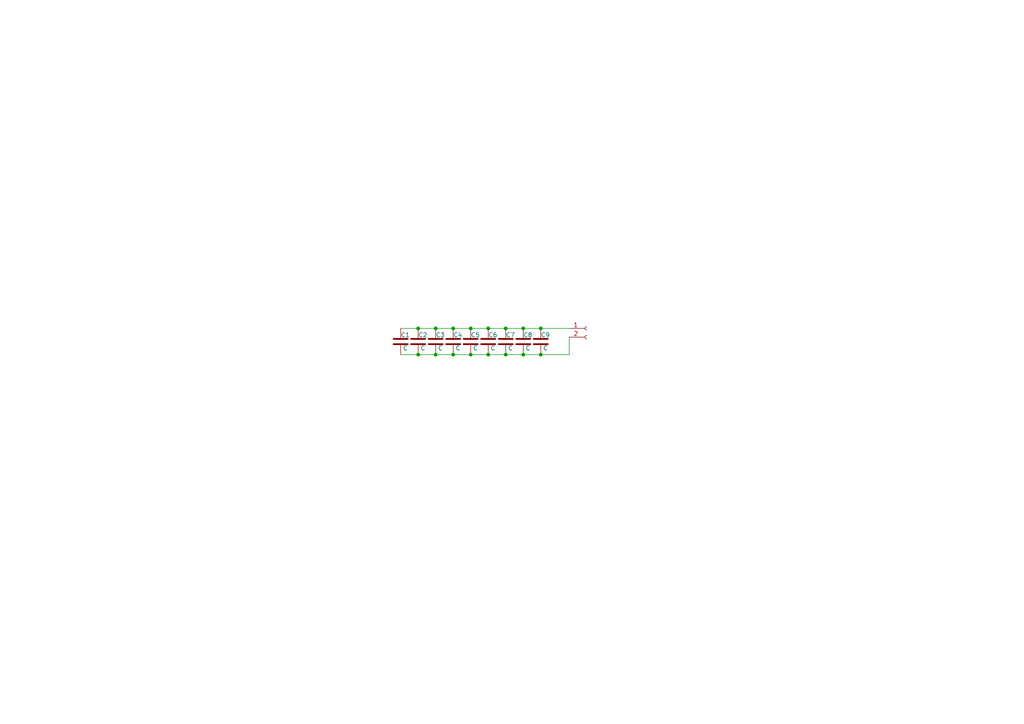
<source format=kicad_sch>
(kicad_sch (version 20230121) (generator eeschema)
  (paper "A4")
  (lib_symbols
    (symbol "Connector:Conn_01x02_Socket" (pin_names (offset 1.016) hide)
      (property "Reference" "J" (at 0 2.54 0))
      (property "Value" "Conn_01x02_Socket" (at 0 -5.08 0))
      (symbol "Conn_01x02_Socket_1_1"
        (arc (start 0 -2.032) (mid -0.5058 -2.54) (end 0 -3.048) (stroke (width 0.1524)))
        (polyline (pts (xy -1.27 -2.54) (xy -0.508 -2.54)) (stroke (width 0.1524)))
        (polyline (pts (xy -1.27 0) (xy -0.508 0)) (stroke (width 0.1524)))
        (arc (start 0 0.508) (mid -0.5058 0) (end 0 -0.508) (stroke (width 0.1524)))
        (pin passive line (at -5.08 0 0) (length 3.81) (name "Pin_1") (number "1"))
        (pin passive line (at -5.08 -2.54 0) (length 3.81) (name "Pin_2") (number "2"))
      )
    )
    (symbol "Device:C" (pin_numbers hide) (pin_names (offset 0.254))
      (property "Reference" "C" (at 0.635 2.54 0))
      (property "Value" "C" (at 0.635 -2.54 0))
      (symbol "C_0_1"
        (polyline (pts (xy -2.032 -0.762) (xy 2.032 -0.762)) (stroke (width 0.508)))
        (polyline (pts (xy -2.032 0.762) (xy 2.032 0.762)) (stroke (width 0.508)))
      )
      (symbol "C_1_1"
        (pin passive line (at 0 3.81 270) (length 2.794) (name "~") (number "1"))
        (pin passive line (at 0 -3.81 90) (length 2.794) (name "~") (number "2"))
      )
    )
  )
  (junction (at 141.605 95.25))
  (junction (at 136.525 102.87))
  (junction (at 146.685 95.25))
  (junction (at 151.765 95.25))
  (junction (at 136.525 95.25))
  (junction (at 121.285 95.25))
  (junction (at 121.285 102.87))
  (junction (at 126.365 102.87))
  (junction (at 141.605 102.87))
  (junction (at 156.845 95.25))
  (junction (at 146.685 102.87))
  (junction (at 151.765 102.87))
  (junction (at 131.445 102.87))
  (junction (at 156.845 102.87))
  (junction (at 131.445 95.25))
  (junction (at 126.365 95.25))
  (wire (pts (xy 156.845 102.87) (xy 165.1 102.87)))
  (wire (pts (xy 116.205 102.87) (xy 121.285 102.87)))
  (wire (pts (xy 141.605 95.25) (xy 146.685 95.25)))
  (wire (pts (xy 126.365 95.25) (xy 131.445 95.25)))
  (wire (pts (xy 126.365 102.87) (xy 131.445 102.87)))
  (wire (pts (xy 151.765 102.87) (xy 156.845 102.87)))
  (wire (pts (xy 121.285 95.25) (xy 126.365 95.25)))
  (wire (pts (xy 136.525 102.87) (xy 141.605 102.87)))
  (wire (pts (xy 141.605 102.87) (xy 146.685 102.87)))
  (wire (pts (xy 146.685 95.25) (xy 151.765 95.25)))
  (wire (pts (xy 131.445 102.87) (xy 136.525 102.87)))
  (wire (pts (xy 136.525 95.25) (xy 141.605 95.25)))
  (wire (pts (xy 165.1 102.87) (xy 165.1 97.79)))
  (wire (pts (xy 131.445 95.25) (xy 136.525 95.25)))
  (wire (pts (xy 151.765 95.25) (xy 156.845 95.25)))
  (wire (pts (xy 121.285 102.87) (xy 126.365 102.87)))
  (wire (pts (xy 156.845 95.25) (xy 165.1 95.25)))
  (wire (pts (xy 146.685 102.87) (xy 151.765 102.87)))
  (wire (pts (xy 116.205 95.25) (xy 121.285 95.25)))
  (symbol (lib_id "Device:C") (at 146.685 99.06 0) (unit 1)
    (property "Reference" "C7" (at 146.685 97.155 0) (effects (justify left)))
    (property "Value" "C" (at 147.32 100.965 0) (effects (justify left)))
    (property "Footprint" "Capacitor_THT:CP_Radial_D10.0mm_P5.00mm" (effects hide))
  )
  (symbol (lib_id "Device:C") (at 151.765 99.06 0) (unit 1)
    (property "Reference" "C8" (at 151.765 97.155 0) (effects (justify left)))
    (property "Value" "C" (at 152.4 100.965 0) (effects (justify left)))
    (property "Footprint" "Capacitor_THT:CP_Radial_D10.0mm_P5.00mm" (effects hide))
  )
  (symbol (lib_id "Device:C") (at 156.845 99.06 0) (unit 1)
    (property "Reference" "C9" (at 156.845 97.155 0) (effects (justify left)))
    (property "Value" "C" (at 157.48 100.965 0) (effects (justify left)))
    (property "Footprint" "Capacitor_THT:CP_Radial_D10.0mm_P5.00mm" (effects hide))
  )
  (symbol (lib_id "Device:C") (at 131.445 99.06 0) (unit 1)
    (property "Reference" "C4" (at 131.445 97.155 0) (effects (justify left)))
    (property "Value" "C" (at 132.08 100.965 0) (effects (justify left)))
    (property "Footprint" "Capacitor_THT:CP_Radial_D10.0mm_P5.00mm" (effects hide))
  )
  (symbol (lib_id "Device:C") (at 121.285 99.06 0) (unit 1)
    (property "Reference" "C2" (at 121.285 97.155 0) (effects (justify left)))
    (property "Value" "C" (at 121.92 100.965 0) (effects (justify left)))
    (property "Footprint" "Capacitor_THT:CP_Radial_D10.0mm_P5.00mm" (effects hide))
  )
  (symbol (lib_id "Device:C") (at 126.365 99.06 0) (unit 1)
    (property "Reference" "C3" (at 126.365 97.155 0) (effects (justify left)))
    (property "Value" "C" (at 127 100.965 0) (effects (justify left)))
    (property "Footprint" "Capacitor_THT:CP_Radial_D10.0mm_P5.00mm" (effects hide))
  )
  (symbol (lib_id "Connector:Conn_01x02_Socket") (at 170.18 95.25 0) (unit 1)
    (property "Reference" "J1" (effects hide))
    (property "Value" "Conn_01x02_Socket" (effects hide))
    (property "Footprint" "Connector_PinHeader_2.54mm:PinHeader_1x02_P2.54mm_Vertical" (effects hide))
  )
  (symbol (lib_id "Device:C") (at 136.525 99.06 0) (unit 1)
    (property "Reference" "C5" (at 136.525 97.155 0) (effects (justify left)))
    (property "Value" "C" (at 137.16 100.965 0) (effects (justify left)))
    (property "Footprint" "Capacitor_THT:CP_Radial_D10.0mm_P5.00mm" (effects hide))
  )
  (symbol (lib_id "Device:C") (at 141.605 99.06 0) (unit 1)
    (property "Reference" "C6" (at 141.605 97.155 0) (effects (justify left)))
    (property "Value" "C" (at 142.24 100.965 0) (effects (justify left)))
    (property "Footprint" "Capacitor_THT:CP_Radial_D10.0mm_P5.00mm" (effects hide))
  )
  (symbol (lib_id "Device:C") (at 116.205 99.06 0) (unit 1)
    (property "Reference" "C1" (at 116.205 97.155 0) (effects (justify left)))
    (property "Value" "C" (at 116.84 100.965 0) (effects (justify left)))
    (property "Footprint" "Capacitor_THT:CP_Radial_D10.0mm_P5.00mm" (effects hide))
  )
)
</source>
